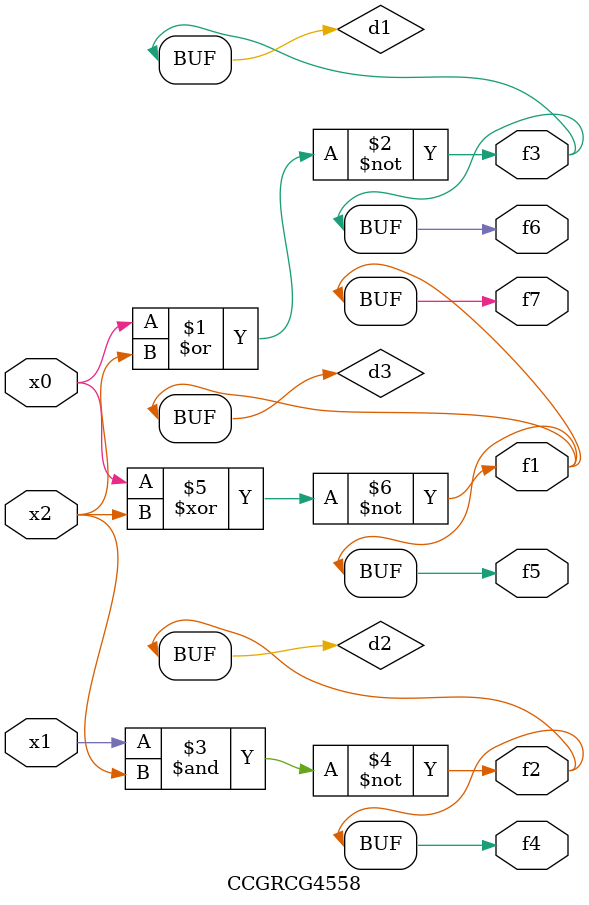
<source format=v>
module CCGRCG4558(
	input x0, x1, x2,
	output f1, f2, f3, f4, f5, f6, f7
);

	wire d1, d2, d3;

	nor (d1, x0, x2);
	nand (d2, x1, x2);
	xnor (d3, x0, x2);
	assign f1 = d3;
	assign f2 = d2;
	assign f3 = d1;
	assign f4 = d2;
	assign f5 = d3;
	assign f6 = d1;
	assign f7 = d3;
endmodule

</source>
